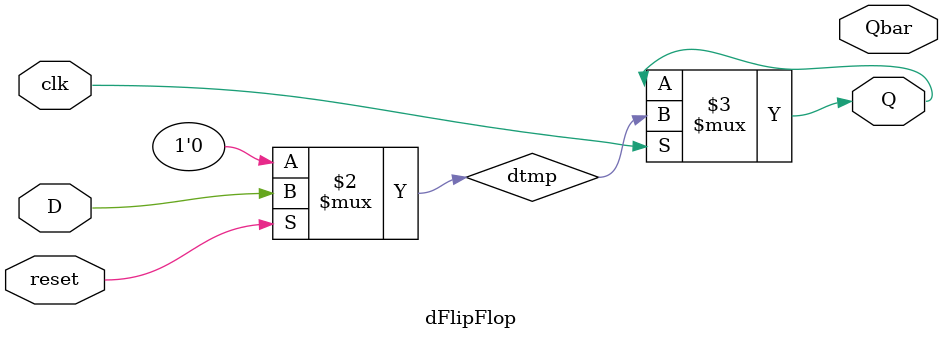
<source format=sv>
`timescale 1ns / 1ps


module dFlipFlop(
    input D,
    input clk,
    input reset,
    output Q,
    output Qbar
    );
    
    
    logic dtmp;
    
    assign dtmp = (!reset) ? 1'b0 : D;
    assign Q =  (clk) ? dtmp : Q;
    
endmodule

</source>
